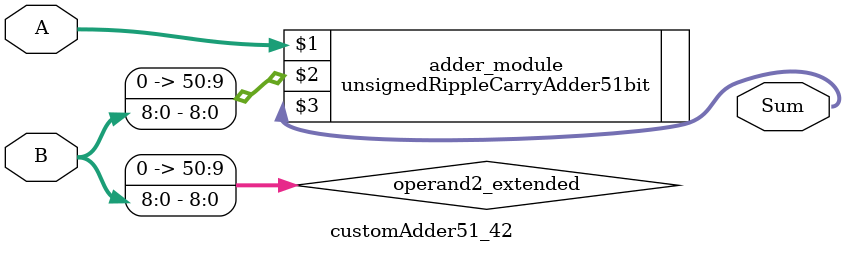
<source format=v>
module customAdder51_42(
                        input [50 : 0] A,
                        input [8 : 0] B,
                        
                        output [51 : 0] Sum
                );

        wire [50 : 0] operand2_extended;
        
        assign operand2_extended =  {42'b0, B};
        
        unsignedRippleCarryAdder51bit adder_module(
            A,
            operand2_extended,
            Sum
        );
        
        endmodule
        
</source>
